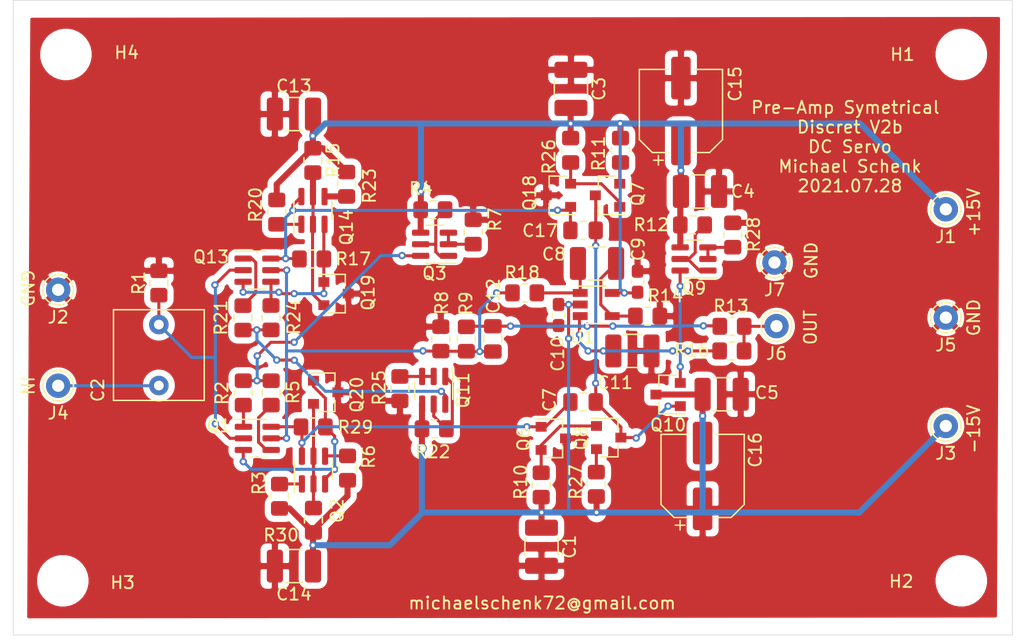
<source format=kicad_pcb>
(kicad_pcb (version 20211014) (generator pcbnew)
  (layers (0 "F.Cu" signal) (31 "B.Cu" signal) (34 "B.Paste" user) (35 "F.Paste" user) (36 "B.SilkS" user "B.Silkscreen") (37 "F.SilkS" user "F.Silkscreen") (38 "B.Mask" user) (39 "F.Mask" user) (44 "Edge.Cuts" user))
  (net 0 "")
  (net 1 "GND")
  (net 2 "+15V")
  (net 3 "Net-(C2-Pad2)")
  (net 4 "Net-(C2-Pad1)")
  (net 5 "-15V")
  (net 6 "Net-(C7-Pad2)")
  (net 7 "Net-(Q2-Pad2)")
  (net 8 "Net-(Q2-Pad1)")
  (net 9 "Net-(Q6-Pad2)")
  (net 10 "Net-(Q7-Pad2)")
  (net 11 "Net-(C12-Pad2)")
  (net 12 "Net-(C12-Pad1)")
  (net 13 "Net-(C17-Pad1)")
  (net 14 "Net-(C17-Pad2)")
  (net 15 "Net-(Q18-Pad2)")
  (net 16 "Net-(Q8-Pad2)")
  (net 17 "Net-(Q14-Pad2)")
  (net 18 "Net-(Q14-Pad1)")
  (net 19 "Net-(Q11-Pad1)")
  (net 20 "Net-(Q11-Pad6)")
  (net 21 "Net-(Q11-Pad2)")
  (net 22 "Net-(Q14-Pad4)")
  (net 23 "Net-(Q13-Pad4)")
  (net 24 "Net-(Q13-Pad3)")
  (net 25 "Net-(Q13-Pad1)")
  (net 26 "Net-(Q3-Pad6)")
  (net 27 "Net-(Q3-Pad1)")
  (net 28 "Net-(Q3-Pad2)")
  (net 29 "Net-(Q9-Pad2)")
  (net 30 "Net-(Q9-Pad1)")
  (net 31 "Net-(Q1-Pad4)")
  (net 32 "Net-(Q1-Pad3)")
  (net 33 "Net-(Q1-Pad1)")
  (net 34 "Net-(Q2-Pad4)")
  (net 35 "Net-(C8-Pad2)")
  (net 36 "DCSERVO_OUT")
  (net 37 "Net-(C11-Pad2)")
  (net 38 "DCSERVO_IN")
  (footprint "Capacitor_THT:C_Rect_L7.2mm_W7.2mm_P5.00mm_FKS2_FKP2_MKS2_MKP2" (layer "F.Cu") (at 133.858 122.4915 -90)
    (fp_text reference "C2")
    (fp_text value "3.3uF")
  )
  (footprint "Capacitor_SMD:C_1210_3225Metric_Pad1.33x2.70mm_HandSolder" (layer "F.Cu") (at 179.9975 128.2065)
    (fp_text reference "C5")
    (fp_text value "100nF")
  )
  (footprint "Capacitor_SMD:C_0805_2012Metric_Pad1.18x1.45mm_HandSolder" (layer "F.Cu") (at 168.6345 128.8415 180)
    (fp_text reference "C7")
    (fp_text value "270pF")
  )
  (footprint "MountingHole:MountingHole_3.2mm_M3" (layer "F.Cu") (at 125.984 143.51)
    (fp_text reference "H3")
    (fp_text value "MountingHole")
  )
  (footprint "Connector_Pin:Pin_D1.0mm_L10.0mm" (layer "F.Cu") (at 125.603 119.634)
    (fp_text reference "J2")
    (fp_text value "Conn_01x01")
  )
  (footprint "Connector_Pin:Pin_D1.0mm_L10.0mm" (layer "F.Cu") (at 125.603 127.508)
    (fp_text reference "J4")
    (fp_text value "Conn_01x01")
  )
  (footprint "Package_TO_SOT_SMD:SOT-23" (layer "F.Cu") (at 166.1955 131.826)
    (fp_text reference "Q6")
    (fp_text value "BC850C")
  )
  (footprint "Package_TO_SOT_SMD:SOT-23" (layer "F.Cu") (at 170.6405 111.8845 180)
    (fp_text reference "Q7")
    (fp_text value "BC860C")
  )
  (footprint "Package_TO_SOT_SMD:SOT-23" (layer "F.Cu") (at 175.6062 128.2294 180)
    (fp_text reference "Q10")
    (fp_text value "BC860C")
  )
  (footprint "Resistor_SMD:R_0805_2012Metric_Pad1.20x1.40mm_HandSolder" (layer "F.Cu") (at 133.858 119.0752 90)
    (fp_text reference "R1")
    (fp_text value "10k")
  )
  (footprint "Resistor_SMD:R_0805_2012Metric_Pad1.20x1.40mm_HandSolder" (layer "F.Cu") (at 140.7795 128.0955 -90)
    (fp_text reference "R2")
    (fp_text value "100R")
  )
  (footprint "Resistor_SMD:R_0805_2012Metric_Pad1.20x1.40mm_HandSolder" (layer "F.Cu") (at 143.7513 136.5725 -90)
    (fp_text reference "R3")
    (fp_text value "68R")
  )
  (footprint "Resistor_SMD:R_0805_2012Metric_Pad1.20x1.40mm_HandSolder" (layer "F.Cu") (at 156.321 113.0681)
    (fp_text reference "R4")
    (fp_text value "100R")
  )
  (footprint "Resistor_SMD:R_0805_2012Metric_Pad1.20x1.40mm_HandSolder" (layer "F.Cu") (at 143.0655 128.0955 -90)
    (fp_text reference "R5")
    (fp_text value "100R")
  )
  (footprint "Resistor_SMD:R_0805_2012Metric_Pad1.20x1.40mm_HandSolder" (layer "F.Cu") (at 149.3266 134.2611 -90)
    (fp_text reference "R6")
    (fp_text value "68R")
  )
  (footprint "Resistor_SMD:R_0805_2012Metric_Pad1.20x1.40mm_HandSolder" (layer "F.Cu") (at 159.0675 123.6759 -90)
    (fp_text reference "R9")
    (fp_text value "10k")
  )
  (footprint "Resistor_SMD:R_0805_2012Metric_Pad1.20x1.40mm_HandSolder" (layer "F.Cu") (at 165.2016 135.6454 -90)
    (fp_text reference "R10")
    (fp_text value "2k2")
  )
  (footprint "MountingHole:MountingHole_3.2mm_M3" (layer "F.Cu") (at 199.644 143.51)
    (fp_text reference "H2")
    (fp_text value "MountingHole")
  )
  (footprint "MountingHole:MountingHole_3.2mm_M3" (layer "F.Cu") (at 199.644 100.33)
    (fp_text reference "H1")
    (fp_text value "MountingHole")
  )
  (footprint "Resistor_SMD:R_0805_2012Metric_Pad1.20x1.40mm_HandSolder" (layer "F.Cu") (at 171.704 108.188 -90)
    (fp_text reference "R11")
    (fp_text value "39R")
  )
  (footprint "Capacitor_SMD:C_1210_3225Metric_Pad1.33x2.70mm_HandSolder" (layer "F.Cu") (at 178.2195 111.5695 180)
    (fp_text reference "C4")
    (fp_text value "100nF")
  )
  (footprint "MountingHole:MountingHole_3.2mm_M3" (layer "F.Cu") (at 126.238 100.33)
    (fp_text reference "H4")
    (fp_text value "MountingHole")
  )
  (footprint "Resistor_SMD:R_0805_2012Metric_Pad1.20x1.40mm_HandSolder" (layer "F.Cu") (at 156.972 123.6632 90)
    (fp_text reference "R8")
    (fp_text value "10k")
  )
  (footprint "Capacitor_SMD:C_0805_2012Metric_Pad1.18x1.45mm_HandSolder" (layer "F.Cu") (at 161.2392 123.6638 -90)
    (fp_text reference "C12")
    (fp_text value "0pF")
  )
  (footprint "Capacitor_SMD:C_1210_3225Metric_Pad1.33x2.70mm_HandSolder" (layer "F.Cu") (at 144.932 142.3035 180)
    (fp_text reference "C14")
    (fp_text value "100nF")
  )
  (footprint "Resistor_SMD:R_0805_2012Metric_Pad1.20x1.40mm_HandSolder" (layer "F.Cu") (at 159.6263 114.8875 90)
    (fp_text reference "R7")
    (fp_text value "10k")
  )
  (footprint "Connector_Pin:Pin_D1.0mm_L10.0mm" (layer "F.Cu") (at 184.4929 122.6185)
    (fp_text reference "J6")
    (fp_text value "Conn_01x01")
  )
  (footprint "Connector_Pin:Pin_D1.0mm_L10.0mm" (layer "F.Cu") (at 184.3278 117.3988)
    (fp_text reference "J7")
    (fp_text value "Conn_01x01")
  )
  (footprint "Package_TO_SOT_SMD:SOT-23" (layer "F.Cu") (at 170.7355 131.76)
    (fp_text reference "Q8")
    (fp_text value "BC850C")
  )
  (footprint "Capacitor_SMD:CP_Elec_6.3x5.8" (layer "F.Cu") (at 176.657 104.9655 90)
    (fp_text reference "C15")
    (fp_text value "10uF/25V")
  )
  (footprint "Capacitor_SMD:C_0805_2012Metric_Pad1.18x1.45mm_HandSolder" (layer "F.Cu") (at 168.6345 114.7572 180)
    (fp_text reference "C17")
    (fp_text value "270pF")
  )
  (footprint "Package_TO_SOT_SMD:SOT-23" (layer "F.Cu") (at 166.6146 111.8845 180)
    (fp_text reference "Q18")
    (fp_text value "BC860C")
  )
  (footprint "Resistor_SMD:R_0805_2012Metric_Pad1.20x1.40mm_HandSolder" (layer "F.Cu") (at 143.5227 113.2619 -90)
    (fp_text reference "R20")
    (fp_text value "68R")
  )
  (footprint "Resistor_SMD:R_0805_2012Metric_Pad1.20x1.40mm_HandSolder" (layer "F.Cu") (at 140.7541 121.936 -90)
    (fp_text reference "R21")
    (fp_text value "100R")
  )
  (footprint "Resistor_SMD:R_0805_2012Metric_Pad1.20x1.40mm_HandSolder" (layer "F.Cu") (at 156.4292 131.0386 180)
    (fp_text reference "R22")
    (fp_text value "100R")
  )
  (footprint "Resistor_SMD:R_0805_2012Metric_Pad1.20x1.40mm_HandSolder" (layer "F.Cu") (at 149.2504 110.9759 -90)
    (fp_text reference "R23")
    (fp_text value "68R")
  )
  (footprint "Resistor_SMD:R_0805_2012Metric_Pad1.20x1.40mm_HandSolder" (layer "F.Cu") (at 143.0528 121.9233 -90)
    (fp_text reference "R24")
    (fp_text value "100R")
  )
  (footprint "Resistor_SMD:R_0805_2012Metric_Pad1.20x1.40mm_HandSolder" (layer "F.Cu") (at 153.6192 127.746 90)
    (fp_text reference "R25")
    (fp_text value "10k")
  )
  (footprint "Resistor_SMD:R_0805_2012Metric_Pad1.20x1.40mm_HandSolder" (layer "F.Cu") (at 167.6146 108.188 -90)
    (fp_text reference "R26")
    (fp_text value "2k2")
  )
  (footprint "Resistor_SMD:R_0805_2012Metric_Pad1.20x1.40mm_HandSolder" (layer "F.Cu") (at 169.7228 135.5946 -90)
    (fp_text reference "R27")
    (fp_text value "39R")
  )
  (footprint "Resistor_SMD:R_0805_2012Metric_Pad1.20x1.40mm_HandSolder" (layer "F.Cu") (at 180.8988 115.1415 90)
    (fp_text reference "R28")
    (fp_text value "10k")
  )
  (footprint "Connector_Pin:Pin_D1.0mm_L10.0mm" (layer "F.Cu") (at 198.374 113.03)
    (fp_text reference "J1")
    (fp_text value "Conn_01x01")
  )
  (footprint "Connector_Pin:Pin_D1.0mm_L10.0mm" (layer "F.Cu") (at 198.374 130.81)
    (fp_text reference "J3")
    (fp_text value "Conn_01x01")
  )
  (footprint "Connector_Pin:Pin_D1.0mm_L10.0mm" (layer "F.Cu") (at 198.374 121.92)
    (fp_text reference "J5")
    (fp_text value "Conn_01x01")
  )
  (footprint "Capacitor_SMD:CP_Elec_6.3x5.8" (layer "F.Cu") (at 178.435 134.907 90)
    (fp_text reference "C16")
    (fp_text value "10uF/25V")
  )
  (footprint "Package_TO_SOT_SMD:SOT-23" (layer "F.Cu") (at 147.5326 128.0439)
    (fp_text reference "Q20")
    (fp_text value "BC850C")
  )
  (footprint "Resistor_SMD:R_0805_2012Metric_Pad1.20x1.40mm_HandSolder" (layer "F.Cu") (at 146.3835 117.1067 180)
    (fp_text reference "R17")
    (fp_text value "47k")
  )
  (footprint "Resistor_SMD:R_0805_2012Metric_Pad1.20x1.40mm_HandSolder" (layer "F.Cu") (at 146.5105 130.8862 180)
    (fp_text reference "R29")
    (fp_text value "47k")
  )
  (footprint "Resistor_SMD:R_0805_2012Metric_Pad1.20x1.40mm_HandSolder" (layer "F.Cu") (at 146.5326 138.541 -90)
    (fp_text reference "R30")
    (fp_text value "1k")
  )
  (footprint "Package_SO:SC-74-6_1.5x2.9mm_P0.95mm" (layer "F.Cu") (at 141.9043 118.0236)
    (fp_text reference "Q13")
    (fp_text value "BCM847DS,115")
  )
  (footprint "Resistor_SMD:R_0805_2012Metric_Pad1.20x1.40mm_HandSolder" (layer "F.Cu") (at 180.8447 122.6312 180)
    (fp_text reference "R13")
    (fp_text value "47R")
  )
  (footprint "Package_SO:SC-74-6_1.5x2.9mm_P0.95mm" (layer "F.Cu") (at 156.4585 115.8977 180)
    (fp_text reference "Q3")
    (fp_text value "BCM857DS,115")
  )
  (footprint "Package_SO:SC-74-6_1.5x2.9mm_P0.95mm" (layer "F.Cu") (at 177.731 117.1067 180)
    (fp_text reference "Q9")
    (fp_text value "BCM857DS,115")
  )
  (footprint "Package_SO:SC-74-6_1.5x2.9mm_P0.95mm" (layer "F.Cu") (at 156.3903 127.8788 -90)
    (fp_text reference "Q11")
    (fp_text value "BCM847DS,115")
  )
  (footprint "Capacitor_SMD:C_1210_3225Metric_Pad1.33x2.70mm_HandSolder" (layer "F.Cu") (at 144.932 105.2195)
    (fp_text reference "C13")
    (fp_text value "100nF")
  )
  (footprint "Package_SO:SC-74-6_1.5x2.9mm_P0.95mm" (layer "F.Cu") (at 146.492 113.1244 90)
    (fp_text reference "Q14")
    (fp_text value "BCM857DS,115")
  )
  (footprint "Resistor_SMD:R_0805_2012Metric_Pad1.20x1.40mm_HandSolder" (layer "F.Cu") (at 177.6062 114.3127)
    (fp_text reference "R12")
    (fp_text value "100R")
  )
  (footprint "Package_SO:SC-74-6_1.5x2.9mm_P0.95mm" (layer "F.Cu") (at 141.928 131.8235)
    (fp_text reference "Q1")
    (fp_text value "BCM857DS,115")
  )
  (footprint "Package_SO:SC-74-6_1.5x2.9mm_P0.95mm" (layer "F.Cu") (at 146.5351 134.424 90)
    (fp_text reference "Q2")
    (fp_text value "BCM847DS,115")
  )
  (footprint "Package_TO_SOT_SMD:SOT-23" (layer "F.Cu") (at 148.3835 119.949)
    (fp_text reference "Q19")
    (fp_text value "BC860C")
  )
  (footprint "Resistor_SMD:R_0805_2012Metric_Pad1.20x1.40mm_HandSolder" (layer "F.Cu") (at 146.4818 109.0201 -90)
    (fp_text reference "R15")
    (fp_text value "1k")
  )
  (footprint "Capacitor_SMD:C_1210_3225Metric_Pad1.33x2.70mm_HandSolder" (layer "F.Cu") (at 169.7775 117.475)
    (fp_text reference "C8")
    (fp_text value "1uF")
  )
  (footprint "Capacitor_SMD:C_0603_1608Metric_Pad1.08x0.95mm_HandSolder" (layer "F.Cu") (at 173.101 118.9725 -90)
    (fp_text reference "C9")
    (fp_text value "100nF")
  )
  (footprint "Capacitor_SMD:C_0603_1608Metric_Pad1.08x0.95mm_HandSolder" (layer "F.Cu") (at 166.624 121.703 90)
    (fp_text reference "C10")
    (fp_text value "100nF")
  )
  (footprint "Capacitor_SMD:C_1210_3225Metric_Pad1.33x2.70mm_HandSolder" (layer "F.Cu") (at 172.678 124.6505 180)
    (fp_text reference "C11")
    (fp_text value "1uF")
  )
  (footprint "Resistor_SMD:R_0805_2012Metric_Pad1.20x1.40mm_HandSolder" (layer "F.Cu") (at 173.9265 121.793)
    (fp_text reference "R14")
    (fp_text value "100k")
  )
  (footprint "Resistor_SMD:R_0805_2012Metric_Pad1.20x1.40mm_HandSolder" (layer "F.Cu") (at 180.832 124.6505 180)
    (fp_text reference "R16")
    (fp_text value "100k")
  )
  (footprint "Resistor_SMD:R_0805_2012Metric_Pad1.20x1.40mm_HandSolder" (layer "F.Cu") (at 163.846 119.888 180)
    (fp_text reference "R18")
    (fp_text value "10k")
  )
  (footprint "Package_TO_SOT_SMD:TSOT-23-5" (layer "F.Cu") (at 169.712 120.843)
    (fp_text reference "U1")
    (fp_text value "OPA188xxDBV")
  )
  (footprint "Capacitor_SMD:C_1210_3225Metric_Pad1.33x2.70mm_HandSolder" (layer "F.Cu") (at 165.227 140.716 -90)
    (fp_text reference "C1")
    (fp_text value "100nF")
  )
  (footprint "Capacitor_SMD:C_1210_3225Metric_Pad1.33x2.70mm_HandSolder" (layer "F.Cu") (at 167.64 103.149 -90)
    (fp_text reference "C3")
    (fp_text value "100nF")
  )
  (gr_line (start 203.835 95.885) (end 121.92 95.885) (layer "Edge.Cuts") (width 0.05))
  (gr_line (start 121.92 95.885) (end 121.92 96.52) (layer "Edge.Cuts") (width 0.05))
  (gr_line (start 121.92 147.955) (end 203.835 147.955) (layer "Edge.Cuts") (width 0.05))
  (gr_line (start 121.92 96.52) (end 121.92 147.955) (layer "Edge.Cuts") (width 0.05))
  (gr_line (start 203.835 147.955) (end 203.835 95.885) (layer "Edge.Cuts") (width 0.05))
  (gr_text "GND" (at 187.3377 117.2337 90) (layer "F.SilkS") (effects (font (size 1 1))))
  (gr_text "OUT" (at 187.2742 122.7201 90) (layer "F.SilkS") (effects (font (size 1 1))))
  (gr_text "michaelschenk72@gmail.com" (at 165.2778 145.3388) (layer "F.SilkS") (effects (font (size 1 1))))
  (gr_text "GND" (at 200.66 121.92 90) (layer "F.SilkS") (effects (font (size 1 1))))
  (gr_text "+15V" (at 200.66 113.284 90) (layer "F.SilkS") (effects (font (size 1 1))))
  (gr_text "-15V" (at 200.66 131.064 90) (layer "F.SilkS") (effects (font (size 1 1))))
  (gr_text "Pre-Amp Symetrical \nDiscret V2b\nDC Servo\nMichael Schenk\n2021.07.28" (at 190.5127 107.8992) (layer "F.SilkS") (effects (font (size 1 1))))
  (gr_text "IN" (at 123.063 127.508 270) (layer "F.SilkS") (effects (font (size 1 1))))
  (gr_text "GND" (at 123.063 119.507 270) (layer "F.SilkS") (effects (font (size 1 1))))
  (segment (start 172.0165 119.893) (end 172.879 119.893) (width 0.25) (layer "F.Cu") (net 2))
  (segment (start 176.657 109.855) (end 176.657 107.6655) (width 0.5) (layer "F.Cu") (net 2))
  (segment (start 146.4818 107.0102) (end 146.4818 105.2322) (width 0.5) (layer "F.Cu") (net 2))
  (segment (start 146.4818 108.0201) (end 147.2946 108.0201) (width 0.5) (layer "F.Cu") (net 2))
  (segment (start 167.6146 107.188) (end 167.6146 105.9942) (width 0.5) (layer "F.Cu") (net 2))
  (segment (start 167.6146 104.7369) (end 167.64 104.7115) (width 0.5) (layer "F.Cu") (net 2))
  (segment (start 146.4818 105.2322) (end 146.4945 105.2195) (width 0.5) (layer "F.Cu") (net 2))
  (segment (start 176.657 111.5695) (end 176.657 109.855) (width 0.5) (layer "F.Cu") (net 2))
  (segment (start 146.4818 108.0201) (end 146.4818 107.0102) (width 0.5) (layer "F.Cu") (net 2))
  (segment (start 143.5227 110.9792) (end 146.4818 108.0201) (width 0.5) (layer "F.Cu") (net 2))
  (segment (start 155.321 113.0681) (end 155.321 114.9477) (width 0.5) (layer "F.Cu") (net 2))
  (segment (start 176.6062 114.3127) (end 176.6062 111.6203) (width 0.5) (layer "F.Cu") (net 2))
  (segment (start 176.6062 111.6203) (end 176.657 111.5695) (width 0.5) (layer "F.Cu") (net 2))
  (segment (start 176.6062 116.144) (end 176.5935 116.1567) (width 0.5) (layer "F.Cu") (net 2))
  (segment (start 167.6146 105.9942) (end 167.6146 104.7369) (width 0.5) (layer "F.Cu") (net 2))
  (segment (start 171.704 107.188) (end 171.704 106.0196) (width 0.5) (layer "F.Cu") (net 2))
  (segment (start 171.022 119.893) (end 172.0165 119.893) (width 0.25) (layer "F.Cu") (net 2))
  (segment (start 147.2946 108.0201) (end 149.2504 109.9759) (width 0.5) (layer "F.Cu") (net 2))
  (segment (start 143.5227 112.2619) (end 143.5227 110.9792) (width 0.5) (layer "F.Cu") (net 2))
  (segment (start 172.879 119.893) (end 172.9105 119.8615) (width 0.25) (layer "F.Cu") (net 2))
  (segment (start 167.64 107.3724) (end 167.6146 107.347) (width 0.25) (layer "F.Cu") (net 2))
  (segment (start 155.3337 113.0554) (end 155.321 113.0681) (width 0.5) (layer "F.Cu") (net 2))
  (segment (start 155.3337 111.5822) (end 155.3337 113.0554) (width 0.5) (layer "F.Cu") (net 2))
  (segment (start 176.6062 114.3127) (end 176.6062 116.144) (width 0.5) (layer "F.Cu") (net 2))
  (segment (start 171.704 106.0196) (end 171.6786 105.9942) (width 0.5) (layer "F.Cu") (net 2))
  (via (at 172.0165 119.893) (size 0.6) (drill 0.3) (layers "F.Cu" "B.Cu") (net 2))
  (via (at 146.4818 107.0102) (size 0.6) (drill 0.3) (layers "F.Cu" "B.Cu") (net 2))
  (via (at 171.6786 105.9942) (size 0.6) (drill 0.3) (layers "F.Cu" "B.Cu") (net 2))
  (via (at 155.3337 111.5822) (size 0.6) (drill 0.3) (layers "F.Cu" "B.Cu") (net 2))
  (via (at 176.657 109.855) (size 0.6) (drill 0.3) (layers "F.Cu" "B.Cu") (net 2))
  (via (at 167.6146 105.9942) (size 0.6) (drill 0.3) (layers "F.Cu" "B.Cu") (net 2))
  (segment (start 155.3464 106.0069) (end 155.3464 111.5695) (width 0.5) (layer "B.Cu") (net 2))
  (segment (start 171.6786 105.9942) (end 167.4876 105.9942) (width 0.5) (layer "B.Cu") (net 2))
  (segment (start 147.4978 105.9942) (end 146.4818 107.0102) (width 0.5) (layer "B.Cu") (net 2))
  (segment (start 176.9237 106.0196) (end 176.9618 105.9815) (width 0.5) (layer "B.Cu") (net 2))
  (segment (start 155.3591 105.9942) (end 155.3464 106.0069) (width 0.5) (layer "B.Cu") (net 2))
  (segment (start 176.6443 105.9942) (end 171.6786 105.9942) (width 0.5) (layer "B.Cu") (net 2))
  (segment (start 178.6128 105.9942) (end 191.3382 105.9942) (width 0.5) (layer "B.Cu") (net 2))
  (segment (start 178.5874 106.0196) (end 178.6128 105.9942) (width 0.5) (layer "B.Cu") (net 2))
  (segment (start 191.3382 105.9942) (end 198.374 113.03) (width 0.5) (layer "B.Cu") (net 2))
  (segment (start 171.6786 105.9942) (end 171.6786 119.5551) (width 0.25) (layer "B.Cu") (net 2))
  (segment (start 167.6146 105.9942) (end 155.3591 105.9942) (width 0.5) (layer "B.Cu") (net 2))
  (segment (start 155.3591 105.9942) (end 147.4978 105.9942) (width 0.5) (layer "B.Cu") (net 2))
  (segment (start 178.6128 105.9942) (end 176.6443 105.9942) (width 0.5) (layer "B.Cu") (net 2))
  (segment (start 155.3464 111.5695) (end 155.3337 111.5822) (width 0.5) (layer "B.Cu") (net 2))
  (segment (start 176.657 109.855) (end 176.657 106.0069) (width 0.5) (layer "B.Cu") (net 2))
  (segment (start 171.6786 119.5551) (end 172.0165 119.893) (width 0.25) (layer "B.Cu") (net 2))
  (segment (start 176.657 106.0069) (end 176.6443 105.9942) (width 0.5) (layer "B.Cu") (net 2))
  (segment (start 125.6195 127.4915) (end 125.603 127.508) (width 0.25) (layer "F.Cu") (net 3))
  (segment (start 133.8415 127.508) (end 133.858 127.4915) (width 0.25) (layer "B.Cu") (net 3))
  (segment (start 125.603 127.508) (end 133.8415 127.508) (width 0.25) (layer "B.Cu") (net 3))
  (segment (start 139.6848 131.8235) (end 138.4935 130.6322) (width 0.25) (layer "F.Cu") (net 4))
  (segment (start 133.858 122.4915) (end 133.858 120.0752) (width 0.25) (layer "F.Cu") (net 4))
  (segment (start 140.7905 131.8235) (end 139.6848 131.8235) (width 0.25) (layer "F.Cu") (net 4))
  (segment (start 140.7668 118.0236) (end 139.6721 118.0236) (width 0.25) (layer "F.Cu") (net 4))
  (segment (start 139.6721 118.0236) (end 138.4554 119.2403) (width 0.25) (layer "F.Cu") (net 4))
  (via (at 138.4935 130.6322) (size 0.6) (drill 0.3) (layers "F.Cu" "B.Cu") (net 4))
  (via (at 138.4554 119.2403) (size 0.6) (drill 0.3) (layers "F.Cu" "B.Cu") (net 4))
  (segment (start 138.4935 130.6322) (end 138.4935 125.1458) (width 0.25) (layer "B.Cu") (net 4))
  (segment (start 133.858 122.4915) (end 136.5504 125.1839) (width 0.25) (layer "B.Cu") (net 4))
  (segment (start 138.4935 125.1458) (end 138.4935 119.2784) (width 0.25) (layer "B.Cu") (net 4))
  (segment (start 138.4935 119.2784) (end 138.4554 119.2403) (width 0.25) (layer "B.Cu") (net 4))
  (segment (start 136.5504 125.1839) (end 138.4554 125.1839) (width 0.25) (layer "B.Cu") (net 4))
  (segment (start 138.4554 125.1839) (end 138.4935 125.1458) (width 0.25) (layer "B.Cu") (net 4))
  (segment (start 178.435 129.9845) (end 178.435 132.207) (width 0.5) (layer "F.Cu") (net 5))
  (segment (start 146.4945 140.589) (end 146.4945 139.5791) (width 0.5) (layer "F.Cu") (net 5))
  (segment (start 169.743 136.6148) (end 169.7228 136.5946) (width 0.5) (layer "F.Cu") (net 5))
  (segment (start 144.5641 137.5725) (end 146.5326 139.541) (width 0.5) (layer "F.Cu") (net 5))
  (segment (start 165.2524 136.5946) (end 165.2016 136.6454) (width 0.25) (layer "F.Cu") (net 5))
  (segment (start 165.227 137.907) (end 165.2322 137.9018) (width 0.5) (layer "F.Cu") (net 5))
  (segment (start 165.2322 137.9018) (end 165.2322 136.676) (width 0.5) (layer "F.Cu") (net 5))
  (segment (start 155.4226 132.6388) (end 155.4226 131.0452) (width 0.5) (layer "F.Cu") (net 5))
  (segment (start 155.4292 131.0386) (end 155.4292 129.0274) (width 0.5) (layer "F.Cu") (net 5))
  (segment (start 167.447 123.632) (end 167.4495 123.6345) (width 0.25) (layer "F.Cu") (net 5))
  (segment (start 167.4445 120.8405) (end 167.447 120.843) (width 0.25) (layer "F.Cu") (net 5))
  (segment (start 169.743 137.9018) (end 169.743 136.6148) (width 0.5) (layer "F.Cu") (net 5))
  (segment (start 174.6291 128.2065) (end 174.6062 128.2294) (width 0.5) (layer "F.Cu") (net 5))
  (segment (start 165.2322 136.676) (end 165.2016 136.6454) (width 0.5) (layer "F.Cu") (net 5))
  (segment (start 174.6062 128.2294) (end 178.4121 128.2294) (width 0.5) (layer "F.Cu") (net 5))
  (segment (start 155.4226 131.0452) (end 155.4292 131.0386) (width 0.5) (layer "F.Cu") (net 5))
  (segment (start 168.402 120.843) (end 167.447 120.843) (width 0.25) (layer "F.Cu") (net 5))
  (segment (start 146.5326 139.330966) (end 146.5326 139.541) (width 0.5) (layer "F.Cu") (net 5))
  (segment (start 146.4945 139.5791) (end 146.5326 139.541) (width 0.5) (layer "F.Cu") (net 5))
  (segment (start 166.624 120.8405) (end 167.4445 120.8405) (width 0.25) (layer "F.Cu") (net 5))
  (segment (start 143.7513 137.5725) (end 144.5641 137.5725) (width 0.5) (layer "F.Cu") (net 5))
  (segment (start 167.447 120.843) (end 167.447 123.632) (width 0.25) (layer "F.Cu") (net 5))
  (segment (start 149.3266 135.2611) (end 149.3266 136.536966) (width 0.5) (layer "F.Cu") (net 5))
  (segment (start 146.4945 142.3035) (end 146.4945 140.589) (width 0.5) (layer "F.Cu") (net 5))
  (segment (start 165.227 139.1535) (end 165.227 137.907) (width 0.5) (layer "F.Cu") (net 5))
  (segment (start 149.3266 136.536966) (end 146.5326 139.330966) (width 0.5) (layer "F.Cu") (net 5))
  (segment (start 155.4292 129.0274) (end 155.4403 129.0163) (width 0.5) (layer "F.Cu") (net 5))
  (segment (start 178.435 128.2065) (end 178.435 129.9845) (width 0.5) (layer "F.Cu") (net 5))
  (segment (start 178.4121 128.2294) (end 178.435 128.2065) (width 0.5) (layer "F.Cu") (net 5))
  (via (at 155.4226 132.6388) (size 0.8) (drill 0.4) (layers "F.Cu" "B.Cu") (net 5))
  (via (at 146.4945 140.589) (size 0.6) (drill 0.3) (layers "F.Cu" "B.Cu") (net 5))
  (via (at 167.4495 123.6345) (size 0.6) (drill 0.3) (layers "F.Cu" "B.Cu") (net 5))
  (via (at 167.447 120.843) (size 0.6) (drill 0.3) (layers "F.Cu" "B.Cu") (net 5))
  (via (at 169.743 137.9018) (size 0.6) (drill 0.3) (layers "F.Cu" "B.Cu") (net 5))
  (via (at 178.435 129.9845) (size 0.6) (drill 0.3) (layers "F.Cu" "B.Cu") (net 5))
  (via (at 165.2322 137.9018) (size 0.6) (drill 0.3) (layers "F.Cu" "B.Cu") (net 5))
  (segment (start 165.2322 137.9018) (end 155.4786 137.9018) (width 0.5) (layer "B.Cu") (net 5))
  (segment (start 169.743 137.9018) (end 167.3427 137.9018) (width 0.5) (layer "B.Cu") (net 5))
  (segment (start 191.2822 137.9018) (end 198.374 130.81) (width 0.5) (layer "B.Cu") (net 5))
  (segment (start 152.7914 140.589) (end 155.4786 137.9018) (width 0.5) (layer "B.Cu") (net 5))
  (segment (start 179.1716 137.9018) (end 191.2822 137.9018) (width 0.5) (layer "B.Cu") (net 5))
  (segment (start 167.4495 137.795) (end 167.3427 137.9018) (width 0.25) (layer "B.Cu") (net 5))
  (segment (start 165.2322 137.9018) (end 165.2322 137.9018) (width 0.5) (layer "B.Cu") (net 5))
  (segment (start 167.3427 137.9018) (end 165.2322 137.9018) (width 0.5) (layer "B.Cu") (net 5))
  (segment (start 167.4495 123.6345) (end 167.4495 137.795) (width 0.25) (layer "B.Cu") (net 5))
  (segment (start 146.4945 140.589) (end 152.7914 140.589) (width 0.5) (layer "B.Cu") (net 5))
  (segment (start 155.4226 132.6388) (end 155.4226 137.8458) (width 0.5) (layer "B.Cu") (net 5))
  (segment (start 178.435 137.8585) (end 178.3917 137.9018) (width 0.5) (layer "B.Cu") (net 5))
  (segment (start 178.3917 137.9018) (end 169.743 137.9018) (width 0.5) (layer "B.Cu") (net 5))
  (segment (start 178.435 129.9845) (end 178.435 137.8585) (width 0.5) (layer "B.Cu") (net 5))
  (segment (start 179.1716 137.9018) (end 178.3917 137.9018) (width 0.5) (layer "B.Cu") (net 5))
  (segment (start 155.4226 137.8458) (end 155.4786 137.9018) (width 0.5) (layer "B.Cu") (net 5))
  (segment (start 164.023 130.876) (end 164.0205 130.8735) (width 0.25) (layer "F.Cu") (net 6))
  (segment (start 145.5851 132.1866) (end 145.5851 130.9608) (width 0.25) (layer "F.Cu") (net 6))
  (segment (start 145.5851 133.2865) (end 145.5851 132.1866) (width 0.25) (layer "F.Cu") (net 6))
  (segment (start 143.0655 130.8735) (end 145.4978 130.8735) (width 0.25) (layer "F.Cu") (net 6))
  (segment (start 145.5851 130.9608) (end 145.5105 130.8862) (width 0.25) (layer "F.Cu") (net 6))
  (segment (start 165.1955 130.876) (end 165.5625 130.876) (width 0.25) (layer "F.Cu") (net 6))
  (segment (start 165.5625 130.876) (end 167.597 128.8415) (width 0.25) (layer "F.Cu") (net 6))
  (segment (start 145.4978 130.8735) (end 145.5105 130.8862) (width 0.25) (layer "F.Cu") (net 6))
  (segment (start 165.1955 130.876) (end 164.023 130.876) (width 0.25) (layer "F.Cu") (net 6))
  (via (at 164.0205 130.8735) (size 0.6) (drill 0.3) (layers "F.Cu" "B.Cu") (net 6))
  (via (at 145.5851 132.1866) (size 0.6) (drill 0.3) (layers "F.Cu" "B.Cu") (net 6))
  (segment (start 146.8982 130.8735) (end 145.5851 132.1866) (width 0.25) (layer "B.Cu") (net 6))
  (segment (start 164.0205 130.8735) (end 146.8982 130.8735) (width 0.25) (layer "B.Cu") (net 6))
  (segment (start 146.5351 128.9964) (end 146.5326 128.9939) (width 0.25) (layer "F.Cu") (net 7))
  (segment (start 146.5351 135.5615) (end 146.5351 133.2865) (width 0.25) (layer "F.Cu") (net 7))
  (segment (start 146.5351 133.2865) (end 146.5351 128.9964) (width 0.25) (layer "F.Cu") (net 7))
  (segment (start 146.5326 137.541) (end 146.5326 135.564) (width 0.25) (layer "F.Cu") (net 7))
  (segment (start 146.5326 135.564) (end 146.5351 135.5615) (width 0.25) (layer "F.Cu") (net 7))
  (segment (start 145.5851 135.5615) (end 143.7623 135.5615) (width 0.25) (layer "F.Cu") (net 8))
  (segment (start 143.7623 135.5615) (end 143.7513 135.5725) (width 0.25) (layer "F.Cu") (net 8))
  (segment (start 165.1955 132.776) (end 165.1955 132.390998) (width 0.25) (layer "F.Cu") (net 9))
  (segment (start 166.776498 130.81) (end 169.7355 130.81) (width 0.25) (layer "F.Cu") (net 9))
  (segment (start 165.1955 132.390998) (end 166.776498 130.81) (width 0.25) (layer "F.Cu") (net 9))
  (segment (start 165.2016 134.6454) (end 165.2016 132.7821) (width 0.25) (layer "F.Cu") (net 9))
  (segment (start 165.2016 132.7821) (end 165.1955 132.776) (width 0.25) (layer "F.Cu") (net 9))
  (segment (start 171.6405 110.9345) (end 171.6405 109.2515) (width 0.25) (layer "F.Cu") (net 10))
  (segment (start 171.6405 109.2515) (end 171.704 109.188) (width 0.25) (layer "F.Cu") (net 10))
  (segment (start 160.1597 124.7013) (end 159.0929 124.7013) (width 0.25) (layer "F.Cu") (net 11))
  (segment (start 144.3126 131.8235) (end 144.3228 131.8133) (width 0.25) (layer "F.Cu") (net 11))
  (segment (start 143.0443 118.0211) (end 143.0418 118.0236) (width 0.25) (layer "F.Cu") (net 11))
  (segment (start 157.2387 124.6759) (end 157.2514 124.6632) (width 0.25) (layer "F.Cu") (net 11))
  (segment (start 159.0929 124.7013) (end 159.0675 124.6759) (width 0.25) (layer "F.Cu") (net 11))
  (segment (start 156.972 124.6632) (end 155.5242 124.6632) (width 0.25) (layer "F.Cu") (net 11))
  (segment (start 156.9847 124.6759) (end 156.972 124.6632) (width 0.25) (layer "F.Cu") (net 11))
  (segment (start 144.3355 118.0211) (end 143.0443 118.0211) (width 0.25) (layer "F.Cu") (net 11))
  (segment (start 143.0655 131.8235) (end 144.3126 131.8235) (width 0.25) (layer "F.Cu") (net 11))
  (segment (start 155.5242 124.6632) (end 155.5115 124.6505) (width 0.25) (layer "F.Cu") (net 11))
  (segment (start 143.0418 118.0236) (end 143.703 118.0236) (width 0.25) (layer "F.Cu") (net 11))
  (segment (start 159.0675 124.6759) (end 156.9847 124.6759) (width 0.25) (layer "F.Cu") (net 11))
  (segment (start 162.846 119.888) (end 161.544 119.888) (width 0.25) (layer "F.Cu") (net 11))
  (segment (start 159.2199 124.6632) (end 159.2326 124.6759) (width 0.25) (layer "F.Cu") (net 11))
  (segment (start 161.2392 124.7013) (end 160.1597 124.7013) (width 0.25) (layer "F.Cu") (net 11))
  (segment (start 161.2138 124.6759) (end 161.2392 124.7013) (width 0.25) (layer "F.Cu") (net 11))
  (via (at 160.1597 124.7013) (size 0.6) (drill 0.3) (layers "F.Cu" "B.Cu") (net 11))
  (via (at 161.544 119.888) (size 0.6) (drill 0.3) (layers "F.Cu" "B.Cu") (net 11))
  (via (at 155.5115 124.6505) (size 0.6) (drill 0.3) (layers "F.Cu" "B.Cu") (net 11))
  (via (at 144.3355 118.0211) (size 0.6) (drill 0.3) (layers "F.Cu" "B.Cu") (net 11))
  (via (at 144.3228 131.8133) (size 0.6) (drill 0.3) (layers "F.Cu" "B.Cu") (net 11))
  (segment (start 144.3228 118.0338) (end 144.3355 118.0211) (width 0.25) (layer "B.Cu") (net 11))
  (segment (start 160.1597 124.7013) (end 160.1597 121.2723) (width 0.25) (layer "B.Cu") (net 11))
  (segment (start 144.3355 124.6505) (end 144.3228 124.6632) (width 0.25) (layer "B.Cu") (net 11))
  (segment (start 155.5115 124.6505) (end 144.3355 124.6505) (width 0.25) (layer "B.Cu") (net 11))
  (segment (start 144.3228 131.8133) (end 144.3228 124.6759) (width 0.25) (layer "B.Cu") (net 11))
  (segment (start 144.3228 124.6759) (end 144.3228 124.6632) (width 0.25) (layer "B.Cu") (net 11))
  (segment (start 144.3228 124.6632) (end 144.3228 118.0338) (width 0.25) (layer "B.Cu") (net 11))
  (segment (start 160.1597 121.2723) (end 161.544 119.888) (width 0.25) (layer "B.Cu") (net 11))
  (segment (start 161.2392 122.6263) (end 159.1171 122.6263) (width 0.25) (layer "F.Cu") (net 12))
  (segment (start 176.6189 118.0821) (end 176.5935 118.0567) (width 0.25) (layer "F.Cu") (net 12))
  (segment (start 168.9735 122.618002) (end 171.068502 122.618002) (width 0.25) (layer "F.Cu") (net 12))
  (segment (start 162.687 122.6185) (end 161.247 122.6185) (width 0.25) (layer "F.Cu") (net 12))
  (segment (start 161.247 122.6185) (end 161.2392 122.6263) (width 0.25) (layer "F.Cu") (net 12))
  (segment (start 178.4985 122.5931) (end 179.8066 122.5931) (width 0.25) (layer "F.Cu") (net 12))
  (segment (start 176.5935 118.0567) (end 176.5935 119.3419) (width 0.25) (layer "F.Cu") (net 12))
  (segment (start 161.1896 122.6759) (end 161.2392 122.6263) (width 0.25) (layer "F.Cu") (net 12))
  (segment (start 176.6062 127.2794) (end 176.6062 125.9459) (width 0.25) (layer "F.Cu") (net 12))
  (segment (start 171.068502 122.618002) (end 171.069 122.6185) (width 0.25) (layer "F.Cu") (net 12))
  (segment (start 179.8066 122.5931) (end 179.8447 122.6312) (width 0.25) (layer "F.Cu") (net 12))
  (segment (start 159.1171 122.6263) (end 159.0675 122.6759) (width 0.25) (layer "F.Cu") (net 12))
  (segment (start 168.986906 122.604596) (end 168.9735 122.618002) (width 0.25) (layer "F.Cu") (net 12))
  (via (at 178.4985 122.5931) (size 0.6) (drill 0.3) (layers "F.Cu" "B.Cu") (net 12))
  (via (at 162.687 122.6185) (size 0.6) (drill 0.3) (layers "F.Cu" "B.Cu") (net 12))
  (via (at 168.9735 122.618002) (size 0.6) (drill 0.3) (layers "F.Cu" "B.Cu") (net 12))
  (via (at 176.6062 125.9459) (size 0.6) (drill 0.3) (layers "F.Cu" "B.Cu") (net 12))
  (via (at 171.069 122.6185) (size 0.6) (drill 0.3) (layers "F.Cu" "B.Cu") (net 12))
  (via (at 176.5935 119.3419) (size 0.6) (drill 0.3) (layers "F.Cu" "B.Cu") (net 12))
  (segment (start 176.5935 122.5931) (end 176.6189 122.6185) (width 0.25) (layer "B.Cu") (net 12))
  (segment (start 176.5681 122.6185) (end 176.5935 122.5931) (width 0.25) (layer "B.Cu") (net 12))
  (segment (start 162.687498 122.618002) (end 162.687 122.6185) (width 0.25) (layer "B.Cu") (net 12))
  (segment (start 176.5935 119.3419) (end 176.5935 122.5931) (width 0.25) (layer "B.Cu") (net 12))
  (segment (start 176.6062 122.6058) (end 176.604996 122.604596) (width 0.25) (layer "B.Cu") (net 12))
  (segment (start 176.5935 122.5931) (end 178.4985 122.5931) (width 0.25) (layer "B.Cu") (net 12))
  (segment (start 168.9735 122.618002) (end 162.687498 122.618002) (width 0.25) (layer "B.Cu") (net 12))
  (segment (start 171.069 122.6185) (end 176.5681 122.6185) (width 0.25) (layer "B.Cu") (net 12))
  (segment (start 176.6062 125.9459) (end 176.6062 122.6058) (width 0.25) (layer "B.Cu") (net 12))
  (segment (start 176.6062 122.6058) (end 176.5935 122.5931) (width 0.25) (layer "B.Cu") (net 12))
  (segment (start 169.672 128.8415) (end 169.672 128.8415) (width 0.25) (layer "F.Cu") (net 13))
  (segment (start 172.9461 131.76) (end 172.9867 131.8006) (width 0.25) (layer "F.Cu") (net 13))
  (segment (start 171.7355 131.76) (end 172.9461 131.76) (width 0.25) (layer "F.Cu") (net 13))
  (segment (start 169.672 112.1628) (end 169.704 112.1308) (width 0.25) (layer "F.Cu") (net 13))
  (segment (start 171.7355 130.905) (end 170.8785 130.048) (width 0.25) (layer "F.Cu") (net 13))
  (segment (start 175.6029 129.1844) (end 176.6012 129.1844) (width 0.25) (layer "F.Cu") (net 13))
  (segment (start 169.672 114.7572) (end 169.672 111.916) (width 0.25) (layer "F.Cu") (net 13))
  (segment (start 169.672 111.916) (end 169.6405 111.8845) (width 0.25) (layer "F.Cu") (net 13))
  (segment (start 169.672 116.0145) (end 169.672 114.7572) (width 0.25) (layer "F.Cu") (net 13))
  (segment (start 170.8785 130.048) (end 169.672 128.8415) (width 0.25) (layer "F.Cu") (net 13))
  (segment (start 169.672 128.8415) (end 169.672 127.3048) (width 0.25) (layer "F.Cu") (net 13))
  (segment (start 171.7355 131.76) (end 171.7355 130.905) (width 0.25) (layer "F.Cu") (net 13))
  (segment (start 176.6012 129.1844) (end 176.6062 129.1794) (width 0.25) (layer "F.Cu") (net 13))
  (segment (start 171.738 131.7575) (end 171.7355 131.76) (width 0.25) (layer "F.Cu") (net 13))
  (via (at 172.9867 131.8006) (size 0.6) (drill 0.3) (layers "F.Cu" "B.Cu") (net 13))
  (via (at 175.6029 129.1844) (size 0.6) (drill 0.3) (layers "F.Cu" "B.Cu") (net 13))
  (via (at 169.672 127.3048) (size 0.6) (drill 0.3) (layers "F.Cu" "B.Cu") (net 13))
  (via (at 169.672 116.0145) (size 0.6) (drill 0.3) (layers "F.Cu" "B.Cu") (net 13))
  (segment (start 172.9867 131.8006) (end 175.6029 129.1844) (width 0.25) (layer "B.Cu") (net 13))
  (segment (start 169.672 127.3048) (end 169.672 116.0145) (width 0.25) (layer "B.Cu") (net 13))
  (segment (start 167.597 112.8521) (end 167.6146 112.8345) (width 0.25) (layer "F.Cu") (net 14))
  (segment (start 144.8435 113.1189) (end 144.8435 112.6854) (width 0.25) (layer "F.Cu") (net 14))
  (segment (start 167.597 114.7572) (end 167.597 112.8521) (width 0.25) (layer "F.Cu") (net 14))
  (segment (start 144.2516 117.0736) (end 145.3504 117.0736) (width 0.25) (layer "F.Cu") (net 14))
  (segment (start 167.597 113.0984) (end 167.6146 113.0808) (width 0.25) (layer "F.Cu") (net 14))
  (segment (start 166.5478 113.1062) (end 167.3429 113.1062) (width 0.25) (layer "F.Cu") (net 14))
  (segment (start 143.0418 117.0736) (end 144.2516 117.0736) (width 0.25) (layer "F.Cu") (net 14))
  (segment (start 145.3504 117.0736) (end 145.3835 117.1067) (width 0.25) (layer "F.Cu") (net 14))
  (segment (start 144.8435 112.6854) (end 145.542 111.9869) (width 0.25) (layer "F.Cu") (net 14))
  (segment (start 167.3429 113.1062) (end 167.6146 112.8345) (width 0.25) (layer "F.Cu") (net 14))
  (segment (start 167.5892 113.1062) (end 167.6146 113.0808) (width 0.25) (layer "F.Cu") (net 14))
  (via (at 144.8435 113.1189) (size 0.6) (drill 0.3) (layers "F.Cu" "B.Cu") (net 14))
  (via (at 166.5478 113.1062) (size 0.6) (drill 0.3) (layers "F.Cu" "B.Cu") (net 14))
  (via (at 144.2516 117.0736) (size 0.6) (drill 0.3) (layers "F.Cu" "B.Cu") (net 14))
  (segment (start 144.2516 117.0736) (end 144.2516 113.7108) (width 0.25) (layer "B.Cu") (net 14))
  (segment (start 144.8435 113.1189) (end 166.5351 113.1189) (width 0.25) (layer "B.Cu") (net 14))
  (segment (start 144.2516 113.7108) (end 144.8435 113.1189) (width 0.25) (layer "B.Cu") (net 14))
  (segment (start 166.5478 113.1062) (end 166.5351 113.0935) (width 0.25) (layer "B.Cu") (net 14))
  (segment (start 166.5351 113.1189) (end 166.5478 113.1062) (width 0.25) (layer "B.Cu") (net 14))
  (segment (start 171.6405 112.449498) (end 170.125502 110.9345) (width 0.25) (layer "F.Cu") (net 15))
  (segment (start 167.6146 110.9345) (end 167.6146 109.188) (width 0.25) (layer "F.Cu") (net 15))
  (segment (start 171.6405 112.8345) (end 171.6405 112.449498) (width 0.25) (layer "F.Cu") (net 15))
  (segment (start 171.704 113.0808) (end 171.704 112.695798) (width 0.25) (layer "F.Cu") (net 15))
  (segment (start 170.125502 110.9345) (end 167.6146 110.9345) (width 0.25) (layer "F.Cu") (net 15))
  (segment (start 169.7228 132.7227) (end 169.7355 132.71) (width 0.25) (layer "F.Cu") (net 16))
  (segment (start 169.7228 134.5946) (end 169.7228 132.7227) (width 0.25) (layer "F.Cu") (net 16))
  (segment (start 147.3835 120.899) (end 146.45849 119.97399) (width 0.25) (layer "F.Cu") (net 17))
  (segment (start 146.45849 119.97399) (end 146.45849 114.29541) (width 0.25) (layer "F.Cu") (net 17))
  (segment (start 146.497 112.406) (end 146.497 114.681) (width 0.25) (layer "F.Cu") (net 17))
  (segment (start 146.492 110.0303) (end 146.4818 110.0201) (width 0.5) (layer "F.Cu") (net 17))
  (segment (start 146.45849 114.29541) (end 146.492 114.2619) (width 0.25) (layer "F.Cu") (net 17))
  (segment (start 146.492 111.9869) (end 146.492 110.0303) (width 0.5) (layer "F.Cu") (net 17))
  (segment (start 143.5227 114.2619) (end 145.542 114.2619) (width 0.25) (layer "F.Cu") (net 18))
  (segment (start 157.3403 127.3538) (end 157.3403 126.7413) (width 0.25) (layer "F.Cu") (net 19))
  (segment (start 156.3903 129.0163) (end 156.3903 129.9997) (width 0.25) (layer "F.Cu") (net 19))
  (segment (start 157.4292 131.0386) (end 157.91531 130.55249) (width 0.25) (layer "F.Cu") (net 19))
  (segment (start 156.3903 129.9997) (end 157.4292 131.0386) (width 0.25) (layer "F.Cu") (net 19))
  (segment (start 157.91531 127.31631) (end 157.3403 126.7413) (width 0.25) (layer "F.Cu") (net 19))
  (segment (start 157.91531 130.55249) (end 157.91531 127.31631) (width 0.25) (layer "F.Cu") (net 19))
  (segment (start 141.8844 122.9233) (end 140.7668 122.9233) (width 0.25) (layer "F.Cu") (net 20))
  (segment (start 143.5227 125.3998) (end 144.9451 125.3998) (width 0.25) (layer "F.Cu") (net 20))
  (segment (start 140.7668 122.9233) (end 140.7541 122.936) (width 0.25) (layer "F.Cu") (net 20))
  (segment (start 157.3403 128.287919) (end 157.019428 127.967047) (width 0.25) (layer "F.Cu") (net 20))
  (segment (start 143.0528 122.9233) (end 141.8844 122.9233) (width 0.25) (layer "F.Cu") (net 20))
  (segment (start 143.0528 122.7582) (end 143.0528 122.7709) (width 0.25) (layer "F.Cu") (net 20))
  (segment (start 157.3403 129.0163) (end 157.3403 128.287919) (width 0.25) (layer "F.Cu") (net 20))
  (segment (start 144.9451 125.3998) (end 144.9578 125.4125) (width 0.25) (layer "F.Cu") (net 20))
  (via (at 157.019428 127.967047) (size 0.6) (drill 0.3) (layers "F.Cu" "B.Cu") (net 20))
  (via (at 144.9578 125.4125) (size 0.6) (drill 0.3) (layers "F.Cu" "B.Cu") (net 20))
  (via (at 141.8844 122.9233) (size 0.6) (drill 0.3) (layers "F.Cu" "B.Cu") (net 20))
  (via (at 143.5227 125.3998) (size 0.6) (drill 0.3) (layers "F.Cu" "B.Cu") (net 20))
  (segment (start 141.8971 122.936) (end 141.8844 122.9233) (width 0.25) (layer "B.Cu") (net 20))
  (segment (start 157.019428 127.967047) (end 147.512347 127.967047) (width 0.25) (layer "B.Cu") (net 20))
  (segment (start 141.8971 123.7742) (end 143.5227 125.3998) (width 0.25) (layer "B.Cu") (net 20))
  (segment (start 141.8971 123.7742) (end 141.8971 122.936) (width 0.25) (layer "B.Cu") (net 20))
  (segment (start 147.512347 127.967047) (end 144.9578 125.4125) (width 0.25) (layer "B.Cu") (net 20))
  (segment (start 153.6192 126.746) (end 155.4356 126.746) (width 0.25) (layer "F.Cu") (net 21))
  (segment (start 155.4356 126.746) (end 155.4403 126.7413) (width 0.25) (layer "F.Cu") (net 21))
  (segment (start 156.3903 126.7413) (end 155.4403 126.7413) (width 0.25) (layer "F.Cu") (net 21))
  (segment (start 147.453 111.9759) (end 147.442 111.9869) (width 0.5) (layer "F.Cu") (net 22))
  (segment (start 149.2504 111.9759) (end 147.453 111.9759) (width 0.5) (layer "F.Cu") (net 22))
  (segment (start 143.0528 120.9233) (end 143.0528 118.9846) (width 0.25) (layer "F.Cu") (net 23))
  (segment (start 143.0528 118.9846) (end 143.0418 118.9736) (width 0.25) (layer "F.Cu") (net 23))
  (segment (start 140.7668 118.9736) (end 140.7668 119.8372) (width 0.25) (layer "F.Cu") (net 24))
  (segment (start 144.9478 119.9515) (end 143.8121 119.9515) (width 0.25) (layer "F.Cu") (net 24))
  (segment (start 147.3835 118.999) (end 147.3835 119.9515) (width 0.25) (layer "F.Cu") (net 24))
  (segment (start 147.3835 118.999) (end 147.3835 117.1067) (width 0.25) (layer "F.Cu") (net 24))
  (segment (start 143.8121 119.9515) (end 143.6978 119.8372) (width 0.25) (layer "F.Cu") (net 24))
  (segment (start 140.7668 119.8372) (end 140.7033 119.9007) (width 0.25) (layer "F.Cu") (net 24))
  (segment (start 147.3835 114.3204) (end 147.442 114.2619) (width 0.25) (layer "F.Cu") (net 24))
  (segment (start 147.3835 117.1067) (end 147.3835 114.3204) (width 0.25) (layer "F.Cu") (net 24))
  (via (at 140.7668 119.8245) (size 0.6) (drill 0.3) (layers "F.Cu" "B.Cu") (net 24))
  (via (at 147.3835 119.9515) (size 0.6) (drill 0.3) (layers "F.Cu" "B.Cu") (net 24))
  (via (at 144.9478 119.9515) (size 0.6) (drill 0.3) (layers "F.Cu" "B.Cu") (net 24))
  (via (at 143.6978 119.8372) (size 0.6) (drill 0.3) (layers "F.Cu" "B.Cu") (net 24))
  (segment (start 147.3835 119.9515) (end 144.9478 119.9515) (width 0.25) (layer "B.Cu") (net 24))
  (segment (start 140.7795 119.8372) (end 140.7668 119.8245) (width 0.25) (layer "B.Cu") (net 24))
  (segment (start 143.6978 119.8372) (end 140.7795 119.8372) (width 0.25) (layer "B.Cu") (net 24))
  (segment (start 140.7033 119.9007) (end 140.8176 119.7864) (width 0.25) (layer "B.Cu") (net 24))
  (segment (start 140.7668 117.0736) (end 141.4793 117.0736) (width 0.25) (layer "F.Cu") (net 25))
  (segment (start 141.4793 117.0736) (end 141.80431 117.39861) (width 0.25) (layer "F.Cu") (net 25))
  (segment (start 141.80431 119.88579) (end 140.7541 120.936) (width 0.25) (layer "F.Cu") (net 25))
  (segment (start 141.80431 117.39861) (end 141.80431 119.88579) (width 0.25) (layer "F.Cu") (net 25))
  (segment (start 141.9032 127.0955) (end 140.7795 127.0955) (width 0.25) (layer "F.Cu") (net 26))
  (segment (start 143.0655 127.0955) (end 141.9032 127.0955) (width 0.25) (layer "F.Cu") (net 26))
  (segment (start 143.0655 127.0955) (end 143.0655 126.7968) (width 0.25) (layer "F.Cu") (net 26))
  (segment (start 144.9478 123.9393) (end 143.5735 123.9393) (width 0.25) (layer "F.Cu") (net 26))
  (segment (start 143.5735 123.9393) (end 143.0401 123.9393) (width 0.25) (layer "F.Cu") (net 26))
  (segment (start 143.0401 123.9393) (end 141.9225 125.0569) (width 0.25) (layer "F.Cu") (net 26))
  (segment (start 144.9351 123.952) (end 144.9478 123.9393) (width 0.25) (layer "F.Cu") (net 26))
  (segment (start 153.8174 116.8477) (end 153.797 116.8273) (width 0.25) (layer "F.Cu") (net 26))
  (segment (start 155.321 116.8477) (end 153.8174 116.8477) (width 0.25) (layer "F.Cu") (net 26))
  (via (at 153.797 116.8273) (size 0.6) (drill 0.3) (layers "F.Cu" "B.Cu") (net 26))
  (via (at 144.9478 123.9393) (size 0.6) (drill 0.3) (layers "F.Cu" "B.Cu") (net 26))
  (via (at 141.9225 125.0569) (size 0.6) (drill 0.3) (layers "F.Cu" "B.Cu") (net 26))
  (via (at 141.9032 127.0955) (size 0.6) (drill 0.3) (layers "F.Cu" "B.Cu") (net 26))
  (segment (start 141.9098 127.0889) (end 141.9032 127.0955) (width 0.25) (layer "B.Cu") (net 26))
  (segment (start 144.9478 123.9393) (end 152.0598 116.8273) (width 0.25) (layer "B.Cu") (net 26))
  (segment (start 141.9225 127.0762) (end 141.9032 127.0955) (width 0.25) (layer "B.Cu") (net 26))
  (segment (start 141.9225 125.0569) (end 141.9225 127.0762) (width 0.25) (layer "B.Cu") (net 26))
  (segment (start 152.0598 116.8273) (end 153.797 116.8273) (width 0.25) (layer "B.Cu") (net 26))
  (segment (start 156.55849 113.83061) (end 157.321 113.0681) (width 0.25) (layer "F.Cu") (net 27))
  (segment (start 156.8835 116.8477) (end 156.55849 116.52269) (width 0.25) (layer "F.Cu") (net 27))
  (segment (start 156.4361 115.8977) (end 156.55849 116.02009) (width 0.25) (layer "F.Cu") (net 27))
  (segment (start 156.55849 115.37271) (end 156.55849 113.83061) (width 0.25) (layer "F.Cu") (net 27))
  (segment (start 157.596 116.8477) (end 156.8835 116.8477) (width 0.25) (layer "F.Cu") (net 27))
  (segment (start 156.55849 116.52269) (end 156.55849 116.02009) (width 0.25) (layer "F.Cu") (net 27))
  (segment (start 156.55849 116.02009) (end 156.55849 115.37271) (width 0.25) (layer "F.Cu") (net 27))
  (segment (start 155.321 115.8977) (end 156.4361 115.8977) (width 0.25) (layer "F.Cu") (net 27))
  (segment (start 157.596 114.9477) (end 157.596 115.8977) (width 0.25) (layer "F.Cu") (net 28))
  (segment (start 159.6161 115.8977) (end 159.6263 115.8875) (width 0.25) (layer "F.Cu") (net 28))
  (segment (start 157.596 115.8977) (end 159.6161 115.8977) (width 0.25) (layer "F.Cu") (net 28))
  (segment (start 178.8685 116.1567) (end 180.8836 116.1567) (width 0.25) (layer "F.Cu") (net 29))
  (segment (start 178.8685 117.1067) (end 178.8685 116.1567) (width 0.25) (layer "F.Cu") (net 29))
  (segment (start 180.8836 116.1567) (end 180.8988 116.1415) (width 0.25) (layer "F.Cu") (net 29))
  (segment (start 177.306 117.1067) (end 177.83099 116.58171) (width 0.25) (layer "F.Cu") (net 30))
  (segment (start 178.156 118.0567) (end 177.206 117.1067) (width 0.25) (layer "F.Cu") (net 30))
  (segment (start 178.8685 118.0567) (end 178.156 118.0567) (width 0.25) (layer "F.Cu") (net 30))
  (segment (start 177.83099 115.08791) (end 178.6062 114.3127) (width 0.25) (layer "F.Cu") (net 30))
  (segment (start 176.5935 117.1067) (end 177.306 117.1067) (width 0.25) (layer "F.Cu") (net 30))
  (segment (start 177.83099 116.58171) (end 177.83099 115.08791) (width 0.25) (layer "F.Cu") (net 30))
  (segment (start 177.206 117.1067) (end 176.5935 117.1067) (width 0.25) (layer "F.Cu") (net 30))
  (segment (start 143.0655 132.7735) (end 142.666588 132.7735) (width 0.25) (layer "F.Cu") (net 31))
  (segment (start 142.666588 132.7735) (end 142.02799 132.134902) (width 0.25) (layer "F.Cu") (net 31))
  (segment (start 142.02799 130.13301) (end 143.0655 129.0955) (width 0.25) (layer "F.Cu") (net 31))
  (segment (start 142.02799 132.134902) (end 142.02799 130.13301) (width 0.25) (layer "F.Cu") (net 31))
  (segment (start 147.5105 128.536798) (end 146.5326 127.558898) (width 0.25) (layer "F.Cu") (net 32))
  (segment (start 147.4851 135.1534) (end 148.2725 134.366) (width 0.25) (layer "F.Cu") (net 32))
  (segment (start 146.5326 127.558898) (end 146.5326 127.0939) (width 0.25) (layer "F.Cu") (net 32))
  (segment (start 147.4851 135.5615) (end 147.4851 135.1534) (width 0.25) (layer "F.Cu") (net 32))
  (segment (start 148.2725 131.6482) (end 147.5105 130.8862) (width 0.25) (layer "F.Cu") (net 32))
  (segment (start 140.7795 132.7845) (end 140.7905 132.7735) (width 0.25) (layer "F.Cu") (net 32))
  (segment (start 148.2725 132.08) (end 148.2725 131.6482) (width 0.25) (layer "F.Cu") (net 32))
  (segment (start 140.7795 133.731) (end 140.7795 132.7845) (width 0.25) (layer "F.Cu") (net 32))
  (segment (start 147.5105 130.8862) (end 147.5105 128.536798) (width 0.25) (layer "F.Cu") (net 32))
  (via (at 148.2725 134.366) (size 0.6) (drill 0.3) (layers "F.Cu" "B.Cu") (net 32))
  (via (at 148.2725 132.08) (size 0.6) (drill 0.3) (layers "F.Cu" "B.Cu") (net 32))
  (via (at 140.7795 133.731) (size 0.6) (drill 0.3) (layers "F.Cu" "B.Cu") (net 32))
  (segment (start 148.2725 134.366) (end 148.2725 132.08) (width 0.25) (layer "B.Cu") (net 32))
  (segment (start 148.2725 134.366) (end 141.4145 134.366) (width 0.25) (layer "B.Cu") (net 32))
  (segment (start 141.4145 134.366) (end 140.7795 133.731) (width 0.25) (layer "B.Cu") (net 32))
  (segment (start 140.7905 129.1065) (end 140.7795 129.0955) (width 0.25) (layer "F.Cu") (net 33))
  (segment (start 140.7905 130.8735) (end 140.7905 129.1065) (width 0.25) (layer "F.Cu") (net 33))
  (segment (start 147.5105 133.2611) (end 147.4851 133.2865) (width 0.25) (layer "F.Cu") (net 34))
  (segment (start 149.3266 133.2611) (end 147.5105 133.2611) (width 0.25) (layer "F.Cu") (net 34))
  (segment (start 171.022 121.793) (end 170.086999 120.857999) (width 0.25) (layer "F.Cu") (net 35))
  (segment (start 172.9265 121.793) (end 171.022 121.793) (width 0.25) (layer "F.Cu") (net 35))
  (segment (start 170.086999 120.857999) (end 170.086999 118.711001) (width 0.25) (layer "F.Cu") (net 35))
  (segment (start 170.086999 118.711001) (end 170.815 117.983) (width 0.25) (layer "F.Cu") (net 35))
  (segment (start 168.402 119.893) (end 164.851 119.893) (width 0.25) (layer "F.Cu") (net 36))
  (segment (start 168.402 119.893) (end 168.402 118.321) (width 0.25) (layer "F.Cu") (net 36))
  (segment (start 164.851 119.893) (end 164.846 119.888) (width 0.25) (layer "F.Cu") (net 36))
  (segment (start 168.402 118.321) (end 168.74 117.983) (width 0.25) (layer "F.Cu") (net 36))
  (segment (start 179.832 124.6505) (end 177.2312 124.6505) (width 0.25) (layer "F.Cu") (net 37))
  (segment (start 168.402 121.793) (end 168.348499 121.846501) (width 0.25) (layer "F.Cu") (net 37))
  (segment (start 170.297 124.6505) (end 169.047 124.6505) (width 0.25) (layer "F.Cu") (net 37))
  (segment (start 168.3385 121.8565) (end 168.402 121.793) (width 0.25) (layer "F.Cu") (net 37))
  (segment (start 177.2312 124.6505) (end 175.9812 124.6505) (width 0.25) (layer "F.Cu") (net 37))
  (segment (start 170.297 124.6505) (end 171.6405 124.6505) (width 0.25) (layer "F.Cu") (net 37))
  (segment (start 168.3385 123.317) (end 168.3385 121.8565) (width 0.25) (layer "F.Cu") (net 37))
  (via (at 169.047 124.6505) (size 0.6) (drill 0.3) (layers "F.Cu" "B.Cu") (net 37))
  (via (at 168.3385 123.317) (size 0.6) (drill 0.3) (layers "F.Cu" "B.Cu") (net 37))
  (via (at 175.9812 124.6505) (size 0.6) (drill 0.3) (layers "F.Cu" "B.Cu") (net 37))
  (via (at 177.2312 124.6505) (size 0.6) (drill 0.3) (layers "F.Cu" "B.Cu") (net 37))
  (via (at 170.297 124.6505) (size 0.6) (drill 0.3) (layers "F.Cu" "B.Cu") (net 37))
  (segment (start 175.9812 124.6505) (end 170.297 124.6505) (width 0.25) (layer "B.Cu") (net 37))
  (segment (start 168.3385 123.942) (end 168.3385 123.317) (width 0.25) (layer "B.Cu") (net 37))
  (segment (start 169.047 124.6505) (end 168.3385 123.942) (width 0.25) (layer "B.Cu") (net 37))
  (segment (start 181.8447 122.6312) (end 184.4802 122.6312) (width 0.25) (layer "F.Cu") (net 38))
  (segment (start 181.832 124.6505) (end 181.832 122.6439) (width 0.25) (layer "F.Cu") (net 38))
  (segment (start 181.832 122.6439) (end 181.8447 122.6312) (width 0.25) (layer "F.Cu") (net 38))
  (segment (start 184.4802 122.6312) (end 184.4929 122.6185) (width 0.25) (layer "F.Cu") (net 38))
  (zone (net 1) (net_name "GND") (layer "F.Cu") (connect_pads (clearance 0.508)) (min_thickness 0.254) (fill yes (thermal_gap 0.508) (thermal_bridge_width 0.508))
    (polygon (pts (xy 202.565 146.52625) (xy 123.063 146.58975) (xy 123.317 97.31375) (xy 202.819 97.25025)))
  )
)
</source>
